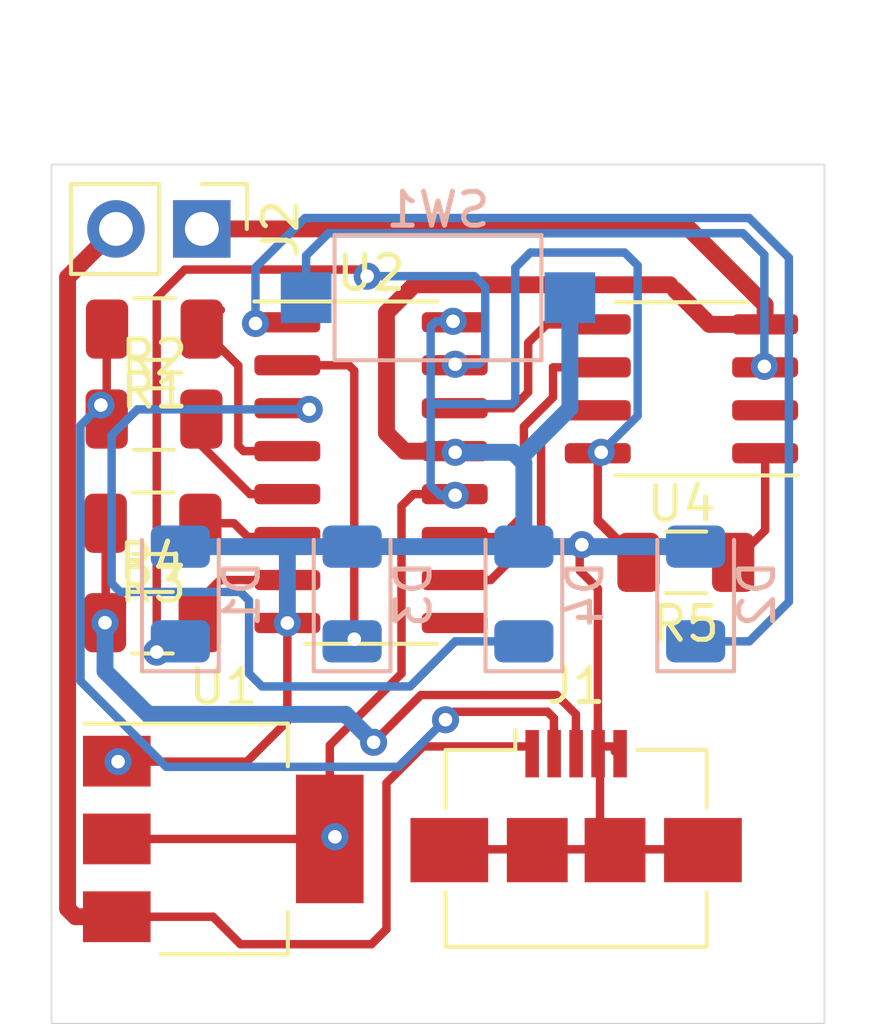
<source format=kicad_pcb>
(kicad_pcb (version 20171130) (host pcbnew "(5.1.6)-1")

  (general
    (thickness 1.6)
    (drawings 4)
    (tracks 196)
    (zones 0)
    (modules 15)
    (nets 21)
  )

  (page A4)
  (layers
    (0 F.Cu signal)
    (31 B.Cu signal)
    (32 B.Adhes user)
    (33 F.Adhes user)
    (34 B.Paste user)
    (35 F.Paste user)
    (36 B.SilkS user)
    (37 F.SilkS user)
    (38 B.Mask user)
    (39 F.Mask user)
    (40 Dwgs.User user)
    (41 Cmts.User user)
    (42 Eco1.User user)
    (43 Eco2.User user)
    (44 Edge.Cuts user)
    (45 Margin user)
    (46 B.CrtYd user)
    (47 F.CrtYd user)
    (48 B.Fab user)
    (49 F.Fab user)
  )

  (setup
    (last_trace_width 0.25)
    (user_trace_width 0.5)
    (trace_clearance 0.2)
    (zone_clearance 0.508)
    (zone_45_only no)
    (trace_min 0.2)
    (via_size 0.8)
    (via_drill 0.4)
    (via_min_size 0.4)
    (via_min_drill 0.3)
    (uvia_size 0.3)
    (uvia_drill 0.1)
    (uvias_allowed no)
    (uvia_min_size 0.2)
    (uvia_min_drill 0.1)
    (edge_width 0.05)
    (segment_width 0.2)
    (pcb_text_width 0.3)
    (pcb_text_size 1.5 1.5)
    (mod_edge_width 0.12)
    (mod_text_size 1 1)
    (mod_text_width 0.15)
    (pad_size 1.524 1.524)
    (pad_drill 0.762)
    (pad_to_mask_clearance 0.05)
    (aux_axis_origin 0 0)
    (visible_elements 7FFFFFFF)
    (pcbplotparams
      (layerselection 0x010fc_ffffffff)
      (usegerberextensions false)
      (usegerberattributes true)
      (usegerberadvancedattributes true)
      (creategerberjobfile true)
      (excludeedgelayer true)
      (linewidth 0.100000)
      (plotframeref false)
      (viasonmask false)
      (mode 1)
      (useauxorigin false)
      (hpglpennumber 1)
      (hpglpenspeed 20)
      (hpglpendiameter 15.000000)
      (psnegative false)
      (psa4output false)
      (plotreference true)
      (plotvalue true)
      (plotinvisibletext false)
      (padsonsilk false)
      (subtractmaskfromsilk false)
      (outputformat 1)
      (mirror false)
      (drillshape 1)
      (scaleselection 1)
      (outputdirectory ""))
  )

  (net 0 "")
  (net 1 GND)
  (net 2 "Net-(J1-Pad1)")
  (net 3 +3V3)
  (net 4 /LATCH)
  (net 5 /CLK)
  (net 6 /DATA)
  (net 7 "Net-(U4-Pad2)")
  (net 8 "Net-(R5-Pad1)")
  (net 9 "Net-(J1-Pad2)")
  (net 10 "Net-(J1-Pad3)")
  (net 11 "Net-(SW1-Pad2)")
  (net 12 "Net-(U2-Pad9)")
  (net 13 /L1)
  (net 14 /L2)
  (net 15 /L3)
  (net 16 /L4)
  (net 17 /1)
  (net 18 /2)
  (net 19 /3)
  (net 20 /4)

  (net_class Default "This is the default net class."
    (clearance 0.2)
    (trace_width 0.25)
    (via_dia 0.8)
    (via_drill 0.4)
    (uvia_dia 0.3)
    (uvia_drill 0.1)
    (add_net +3V3)
    (add_net /1)
    (add_net /2)
    (add_net /3)
    (add_net /4)
    (add_net /CLK)
    (add_net /DATA)
    (add_net /L1)
    (add_net /L2)
    (add_net /L3)
    (add_net /L4)
    (add_net /LATCH)
    (add_net GND)
    (add_net "Net-(J1-Pad1)")
    (add_net "Net-(J1-Pad2)")
    (add_net "Net-(J1-Pad3)")
    (add_net "Net-(R5-Pad1)")
    (add_net "Net-(SW1-Pad2)")
    (add_net "Net-(U2-Pad9)")
    (add_net "Net-(U4-Pad2)")
  )

  (module Connector_PinHeader_2.54mm:PinHeader_1x02_P2.54mm_Vertical (layer F.Cu) (tedit 59FED5CC) (tstamp 5F2628CE)
    (at 83.185 95.885 270)
    (descr "Through hole straight pin header, 1x02, 2.54mm pitch, single row")
    (tags "Through hole pin header THT 1x02 2.54mm single row")
    (path /5F265DD9)
    (fp_text reference J2 (at 0 -2.33 90) (layer F.SilkS)
      (effects (font (size 1 1) (thickness 0.15)))
    )
    (fp_text value Conn_01x02_Male (at 0 4.87 90) (layer F.Fab)
      (effects (font (size 1 1) (thickness 0.15)))
    )
    (fp_text user %R (at 0 1.27) (layer F.Fab)
      (effects (font (size 1 1) (thickness 0.15)))
    )
    (fp_line (start -0.635 -1.27) (end 1.27 -1.27) (layer F.Fab) (width 0.1))
    (fp_line (start 1.27 -1.27) (end 1.27 3.81) (layer F.Fab) (width 0.1))
    (fp_line (start 1.27 3.81) (end -1.27 3.81) (layer F.Fab) (width 0.1))
    (fp_line (start -1.27 3.81) (end -1.27 -0.635) (layer F.Fab) (width 0.1))
    (fp_line (start -1.27 -0.635) (end -0.635 -1.27) (layer F.Fab) (width 0.1))
    (fp_line (start -1.33 3.87) (end 1.33 3.87) (layer F.SilkS) (width 0.12))
    (fp_line (start -1.33 1.27) (end -1.33 3.87) (layer F.SilkS) (width 0.12))
    (fp_line (start 1.33 1.27) (end 1.33 3.87) (layer F.SilkS) (width 0.12))
    (fp_line (start -1.33 1.27) (end 1.33 1.27) (layer F.SilkS) (width 0.12))
    (fp_line (start -1.33 0) (end -1.33 -1.33) (layer F.SilkS) (width 0.12))
    (fp_line (start -1.33 -1.33) (end 0 -1.33) (layer F.SilkS) (width 0.12))
    (fp_line (start -1.8 -1.8) (end -1.8 4.35) (layer F.CrtYd) (width 0.05))
    (fp_line (start -1.8 4.35) (end 1.8 4.35) (layer F.CrtYd) (width 0.05))
    (fp_line (start 1.8 4.35) (end 1.8 -1.8) (layer F.CrtYd) (width 0.05))
    (fp_line (start 1.8 -1.8) (end -1.8 -1.8) (layer F.CrtYd) (width 0.05))
    (pad 2 thru_hole oval (at 0 2.54 270) (size 1.7 1.7) (drill 1) (layers *.Cu *.Mask)
      (net 2 "Net-(J1-Pad1)"))
    (pad 1 thru_hole rect (at 0 0 270) (size 1.7 1.7) (drill 1) (layers *.Cu *.Mask)
      (net 1 GND))
    (model ${KISYS3DMOD}/Connector_PinHeader_2.54mm.3dshapes/PinHeader_1x02_P2.54mm_Vertical.wrl
      (at (xyz 0 0 0))
      (scale (xyz 1 1 1))
      (rotate (xyz 0 0 0))
    )
  )

  (module Button_Switch_SMD:SW_SPST_CK_RS282G05A3 (layer B.Cu) (tedit 5A7A67D2) (tstamp 5F268665)
    (at 90.17 97.917 180)
    (descr https://www.mouser.com/ds/2/60/RS-282G05A-SM_RT-1159762.pdf)
    (tags "SPST button tactile switch")
    (path /5F35B185)
    (attr smd)
    (fp_text reference SW1 (at 0 2.6) (layer B.SilkS)
      (effects (font (size 1 1) (thickness 0.15)) (justify mirror))
    )
    (fp_text value SW_DPST_x2 (at 0 -3) (layer B.Fab)
      (effects (font (size 1 1) (thickness 0.15)) (justify mirror))
    )
    (fp_line (start -4.9 -2.05) (end -4.9 2.05) (layer B.CrtYd) (width 0.05))
    (fp_line (start 4.9 -2.05) (end -4.9 -2.05) (layer B.CrtYd) (width 0.05))
    (fp_line (start 4.9 2.05) (end 4.9 -2.05) (layer B.CrtYd) (width 0.05))
    (fp_line (start -4.9 2.05) (end 4.9 2.05) (layer B.CrtYd) (width 0.05))
    (fp_line (start -1.75 1) (end 1.75 1) (layer B.Fab) (width 0.1))
    (fp_line (start 1.75 1) (end 1.75 -1) (layer B.Fab) (width 0.1))
    (fp_line (start 1.75 -1) (end -1.75 -1) (layer B.Fab) (width 0.1))
    (fp_line (start -1.75 -1) (end -1.75 1) (layer B.Fab) (width 0.1))
    (fp_line (start -3.06 1.85) (end 3.06 1.85) (layer B.SilkS) (width 0.12))
    (fp_line (start 3.06 1.85) (end 3.06 -1.85) (layer B.SilkS) (width 0.12))
    (fp_line (start 3.06 -1.85) (end -3.06 -1.85) (layer B.SilkS) (width 0.12))
    (fp_line (start -3.06 -1.85) (end -3.06 1.85) (layer B.SilkS) (width 0.12))
    (fp_line (start -1.5 -0.8) (end 1.5 -0.8) (layer B.Fab) (width 0.1))
    (fp_line (start -1.5 0.8) (end 1.5 0.8) (layer B.Fab) (width 0.1))
    (fp_line (start 1.5 0.8) (end 1.5 -0.8) (layer B.Fab) (width 0.1))
    (fp_line (start -1.5 0.8) (end -1.5 -0.8) (layer B.Fab) (width 0.1))
    (fp_line (start -3 -1.8) (end 3 -1.8) (layer B.Fab) (width 0.1))
    (fp_line (start -3 1.8) (end 3 1.8) (layer B.Fab) (width 0.1))
    (fp_line (start -3 1.8) (end -3 -1.8) (layer B.Fab) (width 0.1))
    (fp_line (start 3 1.8) (end 3 -1.8) (layer B.Fab) (width 0.1))
    (fp_text user %R (at 0 2.6) (layer B.Fab)
      (effects (font (size 1 1) (thickness 0.15)) (justify mirror))
    )
    (pad 2 smd rect (at 3.9 0 180) (size 1.5 1.5) (layers B.Cu B.Paste B.Mask)
      (net 11 "Net-(SW1-Pad2)"))
    (pad 1 smd rect (at -3.9 0 180) (size 1.5 1.5) (layers B.Cu B.Paste B.Mask)
      (net 1 GND))
    (model ${KISYS3DMOD}/Button_Switch_SMD.3dshapes/SW_SPST_CK_RS282G05A3.wrl
      (at (xyz 0 0 0))
      (scale (xyz 1 1 1))
      (rotate (xyz 0 0 0))
    )
  )

  (module Package_SO:SOIC-8_3.9x4.9mm_P1.27mm (layer F.Cu) (tedit 5D9F72B1) (tstamp 5F26136E)
    (at 97.37 100.6115 180)
    (descr "SOIC, 8 Pin (JEDEC MS-012AA, https://www.analog.com/media/en/package-pcb-resources/package/pkg_pdf/soic_narrow-r/r_8.pdf), generated with kicad-footprint-generator ipc_gullwing_generator.py")
    (tags "SOIC SO")
    (path /5F259BAA)
    (attr smd)
    (fp_text reference U4 (at 0 -3.4) (layer F.SilkS)
      (effects (font (size 1 1) (thickness 0.15)))
    )
    (fp_text value ATtiny13A-SSU (at 0 3.4) (layer F.Fab)
      (effects (font (size 1 1) (thickness 0.15)))
    )
    (fp_line (start 0 2.56) (end 1.95 2.56) (layer F.SilkS) (width 0.12))
    (fp_line (start 0 2.56) (end -1.95 2.56) (layer F.SilkS) (width 0.12))
    (fp_line (start 0 -2.56) (end 1.95 -2.56) (layer F.SilkS) (width 0.12))
    (fp_line (start 0 -2.56) (end -3.45 -2.56) (layer F.SilkS) (width 0.12))
    (fp_line (start -0.975 -2.45) (end 1.95 -2.45) (layer F.Fab) (width 0.1))
    (fp_line (start 1.95 -2.45) (end 1.95 2.45) (layer F.Fab) (width 0.1))
    (fp_line (start 1.95 2.45) (end -1.95 2.45) (layer F.Fab) (width 0.1))
    (fp_line (start -1.95 2.45) (end -1.95 -1.475) (layer F.Fab) (width 0.1))
    (fp_line (start -1.95 -1.475) (end -0.975 -2.45) (layer F.Fab) (width 0.1))
    (fp_line (start -3.7 -2.7) (end -3.7 2.7) (layer F.CrtYd) (width 0.05))
    (fp_line (start -3.7 2.7) (end 3.7 2.7) (layer F.CrtYd) (width 0.05))
    (fp_line (start 3.7 2.7) (end 3.7 -2.7) (layer F.CrtYd) (width 0.05))
    (fp_line (start 3.7 -2.7) (end -3.7 -2.7) (layer F.CrtYd) (width 0.05))
    (fp_text user %R (at 0 0) (layer F.Fab)
      (effects (font (size 0.98 0.98) (thickness 0.15)))
    )
    (pad 8 smd roundrect (at 2.475 -1.905 180) (size 1.95 0.6) (layers F.Cu F.Paste F.Mask) (roundrect_rratio 0.25)
      (net 3 +3V3))
    (pad 7 smd roundrect (at 2.475 -0.635 180) (size 1.95 0.6) (layers F.Cu F.Paste F.Mask) (roundrect_rratio 0.25)
      (net 4 /LATCH))
    (pad 6 smd roundrect (at 2.475 0.635 180) (size 1.95 0.6) (layers F.Cu F.Paste F.Mask) (roundrect_rratio 0.25)
      (net 5 /CLK))
    (pad 5 smd roundrect (at 2.475 1.905 180) (size 1.95 0.6) (layers F.Cu F.Paste F.Mask) (roundrect_rratio 0.25)
      (net 6 /DATA))
    (pad 4 smd roundrect (at -2.475 1.905 180) (size 1.95 0.6) (layers F.Cu F.Paste F.Mask) (roundrect_rratio 0.25)
      (net 1 GND))
    (pad 3 smd roundrect (at -2.475 0.635 180) (size 1.95 0.6) (layers F.Cu F.Paste F.Mask) (roundrect_rratio 0.25)
      (net 11 "Net-(SW1-Pad2)"))
    (pad 2 smd roundrect (at -2.475 -0.635 180) (size 1.95 0.6) (layers F.Cu F.Paste F.Mask) (roundrect_rratio 0.25)
      (net 7 "Net-(U4-Pad2)"))
    (pad 1 smd roundrect (at -2.475 -1.905 180) (size 1.95 0.6) (layers F.Cu F.Paste F.Mask) (roundrect_rratio 0.25)
      (net 8 "Net-(R5-Pad1)"))
    (model ${KISYS3DMOD}/Package_SO.3dshapes/SOIC-8_3.9x4.9mm_P1.27mm.wrl
      (at (xyz 0 0 0))
      (scale (xyz 1 1 1))
      (rotate (xyz 0 0 0))
    )
  )

  (module Package_SO:SOIC-16_3.9x9.9mm_P1.27mm (layer F.Cu) (tedit 5D9F72B1) (tstamp 5F261354)
    (at 88.19 103.09)
    (descr "SOIC, 16 Pin (JEDEC MS-012AC, https://www.analog.com/media/en/package-pcb-resources/package/pkg_pdf/soic_narrow-r/r_16.pdf), generated with kicad-footprint-generator ipc_gullwing_generator.py")
    (tags "SOIC SO")
    (path /5F264648)
    (attr smd)
    (fp_text reference U2 (at 0 -5.9) (layer F.SilkS)
      (effects (font (size 1 1) (thickness 0.15)))
    )
    (fp_text value 74HC595 (at 0 5.9) (layer F.Fab)
      (effects (font (size 1 1) (thickness 0.15)))
    )
    (fp_line (start 0 5.06) (end 1.95 5.06) (layer F.SilkS) (width 0.12))
    (fp_line (start 0 5.06) (end -1.95 5.06) (layer F.SilkS) (width 0.12))
    (fp_line (start 0 -5.06) (end 1.95 -5.06) (layer F.SilkS) (width 0.12))
    (fp_line (start 0 -5.06) (end -3.45 -5.06) (layer F.SilkS) (width 0.12))
    (fp_line (start -0.975 -4.95) (end 1.95 -4.95) (layer F.Fab) (width 0.1))
    (fp_line (start 1.95 -4.95) (end 1.95 4.95) (layer F.Fab) (width 0.1))
    (fp_line (start 1.95 4.95) (end -1.95 4.95) (layer F.Fab) (width 0.1))
    (fp_line (start -1.95 4.95) (end -1.95 -3.975) (layer F.Fab) (width 0.1))
    (fp_line (start -1.95 -3.975) (end -0.975 -4.95) (layer F.Fab) (width 0.1))
    (fp_line (start -3.7 -5.2) (end -3.7 5.2) (layer F.CrtYd) (width 0.05))
    (fp_line (start -3.7 5.2) (end 3.7 5.2) (layer F.CrtYd) (width 0.05))
    (fp_line (start 3.7 5.2) (end 3.7 -5.2) (layer F.CrtYd) (width 0.05))
    (fp_line (start 3.7 -5.2) (end -3.7 -5.2) (layer F.CrtYd) (width 0.05))
    (fp_text user %R (at 0 0) (layer F.Fab)
      (effects (font (size 0.98 0.98) (thickness 0.15)))
    )
    (pad 16 smd roundrect (at 2.475 -4.445) (size 1.95 0.6) (layers F.Cu F.Paste F.Mask) (roundrect_rratio 0.25)
      (net 3 +3V3))
    (pad 15 smd roundrect (at 2.475 -3.175) (size 1.95 0.6) (layers F.Cu F.Paste F.Mask) (roundrect_rratio 0.25)
      (net 13 /L1))
    (pad 14 smd roundrect (at 2.475 -1.905) (size 1.95 0.6) (layers F.Cu F.Paste F.Mask) (roundrect_rratio 0.25)
      (net 6 /DATA))
    (pad 13 smd roundrect (at 2.475 -0.635) (size 1.95 0.6) (layers F.Cu F.Paste F.Mask) (roundrect_rratio 0.25)
      (net 1 GND))
    (pad 12 smd roundrect (at 2.475 0.635) (size 1.95 0.6) (layers F.Cu F.Paste F.Mask) (roundrect_rratio 0.25)
      (net 3 +3V3))
    (pad 11 smd roundrect (at 2.475 1.905) (size 1.95 0.6) (layers F.Cu F.Paste F.Mask) (roundrect_rratio 0.25)
      (net 5 /CLK))
    (pad 10 smd roundrect (at 2.475 3.175) (size 1.95 0.6) (layers F.Cu F.Paste F.Mask) (roundrect_rratio 0.25)
      (net 4 /LATCH))
    (pad 9 smd roundrect (at 2.475 4.445) (size 1.95 0.6) (layers F.Cu F.Paste F.Mask) (roundrect_rratio 0.25)
      (net 12 "Net-(U2-Pad9)"))
    (pad 8 smd roundrect (at -2.475 4.445) (size 1.95 0.6) (layers F.Cu F.Paste F.Mask) (roundrect_rratio 0.25)
      (net 1 GND))
    (pad 7 smd roundrect (at -2.475 3.175) (size 1.95 0.6) (layers F.Cu F.Paste F.Mask) (roundrect_rratio 0.25)
      (net 20 /4))
    (pad 6 smd roundrect (at -2.475 1.905) (size 1.95 0.6) (layers F.Cu F.Paste F.Mask) (roundrect_rratio 0.25)
      (net 19 /3))
    (pad 5 smd roundrect (at -2.475 0.635) (size 1.95 0.6) (layers F.Cu F.Paste F.Mask) (roundrect_rratio 0.25)
      (net 18 /2))
    (pad 4 smd roundrect (at -2.475 -0.635) (size 1.95 0.6) (layers F.Cu F.Paste F.Mask) (roundrect_rratio 0.25)
      (net 17 /1))
    (pad 3 smd roundrect (at -2.475 -1.905) (size 1.95 0.6) (layers F.Cu F.Paste F.Mask) (roundrect_rratio 0.25)
      (net 16 /L4))
    (pad 2 smd roundrect (at -2.475 -3.175) (size 1.95 0.6) (layers F.Cu F.Paste F.Mask) (roundrect_rratio 0.25)
      (net 15 /L3))
    (pad 1 smd roundrect (at -2.475 -4.445) (size 1.95 0.6) (layers F.Cu F.Paste F.Mask) (roundrect_rratio 0.25)
      (net 14 /L2))
    (model ${KISYS3DMOD}/Package_SO.3dshapes/SOIC-16_3.9x9.9mm_P1.27mm.wrl
      (at (xyz 0 0 0))
      (scale (xyz 1 1 1))
      (rotate (xyz 0 0 0))
    )
  )

  (module Package_TO_SOT_SMD:SOT-223-3_TabPin2 (layer F.Cu) (tedit 5A02FF57) (tstamp 5F261332)
    (at 83.82 113.919)
    (descr "module CMS SOT223 4 pins")
    (tags "CMS SOT")
    (path /5F26E25A)
    (attr smd)
    (fp_text reference U1 (at 0 -4.5) (layer F.SilkS)
      (effects (font (size 1 1) (thickness 0.15)))
    )
    (fp_text value AP1117-33 (at 0 4.5) (layer F.Fab)
      (effects (font (size 1 1) (thickness 0.15)))
    )
    (fp_line (start 1.91 3.41) (end 1.91 2.15) (layer F.SilkS) (width 0.12))
    (fp_line (start 1.91 -3.41) (end 1.91 -2.15) (layer F.SilkS) (width 0.12))
    (fp_line (start 4.4 -3.6) (end -4.4 -3.6) (layer F.CrtYd) (width 0.05))
    (fp_line (start 4.4 3.6) (end 4.4 -3.6) (layer F.CrtYd) (width 0.05))
    (fp_line (start -4.4 3.6) (end 4.4 3.6) (layer F.CrtYd) (width 0.05))
    (fp_line (start -4.4 -3.6) (end -4.4 3.6) (layer F.CrtYd) (width 0.05))
    (fp_line (start -1.85 -2.35) (end -0.85 -3.35) (layer F.Fab) (width 0.1))
    (fp_line (start -1.85 -2.35) (end -1.85 3.35) (layer F.Fab) (width 0.1))
    (fp_line (start -1.85 3.41) (end 1.91 3.41) (layer F.SilkS) (width 0.12))
    (fp_line (start -0.85 -3.35) (end 1.85 -3.35) (layer F.Fab) (width 0.1))
    (fp_line (start -4.1 -3.41) (end 1.91 -3.41) (layer F.SilkS) (width 0.12))
    (fp_line (start -1.85 3.35) (end 1.85 3.35) (layer F.Fab) (width 0.1))
    (fp_line (start 1.85 -3.35) (end 1.85 3.35) (layer F.Fab) (width 0.1))
    (fp_text user %R (at 0 0 90) (layer F.Fab)
      (effects (font (size 0.8 0.8) (thickness 0.12)))
    )
    (pad 1 smd rect (at -3.15 -2.3) (size 2 1.5) (layers F.Cu F.Paste F.Mask)
      (net 1 GND))
    (pad 3 smd rect (at -3.15 2.3) (size 2 1.5) (layers F.Cu F.Paste F.Mask)
      (net 2 "Net-(J1-Pad1)"))
    (pad 2 smd rect (at -3.15 0) (size 2 1.5) (layers F.Cu F.Paste F.Mask)
      (net 3 +3V3))
    (pad 2 smd rect (at 3.15 0) (size 2 3.8) (layers F.Cu F.Paste F.Mask)
      (net 3 +3V3))
    (model ${KISYS3DMOD}/Package_TO_SOT_SMD.3dshapes/SOT-223.wrl
      (at (xyz 0 0 0))
      (scale (xyz 1 1 1))
      (rotate (xyz 0 0 0))
    )
  )

  (module Resistor_SMD:R_1206_3216Metric (layer F.Cu) (tedit 5B301BBD) (tstamp 5F2612FD)
    (at 97.5 105.7415 180)
    (descr "Resistor SMD 1206 (3216 Metric), square (rectangular) end terminal, IPC_7351 nominal, (Body size source: http://www.tortai-tech.com/upload/download/2011102023233369053.pdf), generated with kicad-footprint-generator")
    (tags resistor)
    (path /5F2C8130)
    (attr smd)
    (fp_text reference R5 (at 0 -1.82) (layer F.SilkS)
      (effects (font (size 1 1) (thickness 0.15)))
    )
    (fp_text value R_Small_US (at 0 1.82) (layer F.Fab)
      (effects (font (size 1 1) (thickness 0.15)))
    )
    (fp_line (start -1.6 0.8) (end -1.6 -0.8) (layer F.Fab) (width 0.1))
    (fp_line (start -1.6 -0.8) (end 1.6 -0.8) (layer F.Fab) (width 0.1))
    (fp_line (start 1.6 -0.8) (end 1.6 0.8) (layer F.Fab) (width 0.1))
    (fp_line (start 1.6 0.8) (end -1.6 0.8) (layer F.Fab) (width 0.1))
    (fp_line (start -0.602064 -0.91) (end 0.602064 -0.91) (layer F.SilkS) (width 0.12))
    (fp_line (start -0.602064 0.91) (end 0.602064 0.91) (layer F.SilkS) (width 0.12))
    (fp_line (start -2.28 1.12) (end -2.28 -1.12) (layer F.CrtYd) (width 0.05))
    (fp_line (start -2.28 -1.12) (end 2.28 -1.12) (layer F.CrtYd) (width 0.05))
    (fp_line (start 2.28 -1.12) (end 2.28 1.12) (layer F.CrtYd) (width 0.05))
    (fp_line (start 2.28 1.12) (end -2.28 1.12) (layer F.CrtYd) (width 0.05))
    (fp_text user %R (at 0 0) (layer F.Fab)
      (effects (font (size 0.8 0.8) (thickness 0.12)))
    )
    (pad 2 smd roundrect (at 1.4 0 180) (size 1.25 1.75) (layers F.Cu F.Paste F.Mask) (roundrect_rratio 0.2)
      (net 3 +3V3))
    (pad 1 smd roundrect (at -1.4 0 180) (size 1.25 1.75) (layers F.Cu F.Paste F.Mask) (roundrect_rratio 0.2)
      (net 8 "Net-(R5-Pad1)"))
    (model ${KISYS3DMOD}/Resistor_SMD.3dshapes/R_1206_3216Metric.wrl
      (at (xyz 0 0 0))
      (scale (xyz 1 1 1))
      (rotate (xyz 0 0 0))
    )
  )

  (module Resistor_SMD:R_1206_3216Metric (layer F.Cu) (tedit 5B301BBD) (tstamp 5F2612EC)
    (at 81.722 107.526)
    (descr "Resistor SMD 1206 (3216 Metric), square (rectangular) end terminal, IPC_7351 nominal, (Body size source: http://www.tortai-tech.com/upload/download/2011102023233369053.pdf), generated with kicad-footprint-generator")
    (tags resistor)
    (path /5F2600A8)
    (attr smd)
    (fp_text reference R4 (at 0 -1.82) (layer F.SilkS)
      (effects (font (size 1 1) (thickness 0.15)))
    )
    (fp_text value R_Small_US (at 0 1.82) (layer F.Fab)
      (effects (font (size 1 1) (thickness 0.15)))
    )
    (fp_line (start -1.6 0.8) (end -1.6 -0.8) (layer F.Fab) (width 0.1))
    (fp_line (start -1.6 -0.8) (end 1.6 -0.8) (layer F.Fab) (width 0.1))
    (fp_line (start 1.6 -0.8) (end 1.6 0.8) (layer F.Fab) (width 0.1))
    (fp_line (start 1.6 0.8) (end -1.6 0.8) (layer F.Fab) (width 0.1))
    (fp_line (start -0.602064 -0.91) (end 0.602064 -0.91) (layer F.SilkS) (width 0.12))
    (fp_line (start -0.602064 0.91) (end 0.602064 0.91) (layer F.SilkS) (width 0.12))
    (fp_line (start -2.28 1.12) (end -2.28 -1.12) (layer F.CrtYd) (width 0.05))
    (fp_line (start -2.28 -1.12) (end 2.28 -1.12) (layer F.CrtYd) (width 0.05))
    (fp_line (start 2.28 -1.12) (end 2.28 1.12) (layer F.CrtYd) (width 0.05))
    (fp_line (start 2.28 1.12) (end -2.28 1.12) (layer F.CrtYd) (width 0.05))
    (fp_text user %R (at 0 0) (layer F.Fab)
      (effects (font (size 0.8 0.8) (thickness 0.12)))
    )
    (pad 2 smd roundrect (at 1.4 0) (size 1.25 1.75) (layers F.Cu F.Paste F.Mask) (roundrect_rratio 0.2)
      (net 20 /4))
    (pad 1 smd roundrect (at -1.4 0) (size 1.25 1.75) (layers F.Cu F.Paste F.Mask) (roundrect_rratio 0.2)
      (net 10 "Net-(J1-Pad3)"))
    (model ${KISYS3DMOD}/Resistor_SMD.3dshapes/R_1206_3216Metric.wrl
      (at (xyz 0 0 0))
      (scale (xyz 1 1 1))
      (rotate (xyz 0 0 0))
    )
  )

  (module Resistor_SMD:R_1206_3216Metric (layer F.Cu) (tedit 5B301BBD) (tstamp 5F2612DB)
    (at 81.742 104.586 180)
    (descr "Resistor SMD 1206 (3216 Metric), square (rectangular) end terminal, IPC_7351 nominal, (Body size source: http://www.tortai-tech.com/upload/download/2011102023233369053.pdf), generated with kicad-footprint-generator")
    (tags resistor)
    (path /5F25E759)
    (attr smd)
    (fp_text reference R3 (at 0 -1.82) (layer F.SilkS)
      (effects (font (size 1 1) (thickness 0.15)))
    )
    (fp_text value R_Small_US (at 0 1.82) (layer F.Fab)
      (effects (font (size 1 1) (thickness 0.15)))
    )
    (fp_line (start -1.6 0.8) (end -1.6 -0.8) (layer F.Fab) (width 0.1))
    (fp_line (start -1.6 -0.8) (end 1.6 -0.8) (layer F.Fab) (width 0.1))
    (fp_line (start 1.6 -0.8) (end 1.6 0.8) (layer F.Fab) (width 0.1))
    (fp_line (start 1.6 0.8) (end -1.6 0.8) (layer F.Fab) (width 0.1))
    (fp_line (start -0.602064 -0.91) (end 0.602064 -0.91) (layer F.SilkS) (width 0.12))
    (fp_line (start -0.602064 0.91) (end 0.602064 0.91) (layer F.SilkS) (width 0.12))
    (fp_line (start -2.28 1.12) (end -2.28 -1.12) (layer F.CrtYd) (width 0.05))
    (fp_line (start -2.28 -1.12) (end 2.28 -1.12) (layer F.CrtYd) (width 0.05))
    (fp_line (start 2.28 -1.12) (end 2.28 1.12) (layer F.CrtYd) (width 0.05))
    (fp_line (start 2.28 1.12) (end -2.28 1.12) (layer F.CrtYd) (width 0.05))
    (fp_text user %R (at 0 0) (layer F.Fab)
      (effects (font (size 0.8 0.8) (thickness 0.12)))
    )
    (pad 2 smd roundrect (at 1.4 0 180) (size 1.25 1.75) (layers F.Cu F.Paste F.Mask) (roundrect_rratio 0.2)
      (net 10 "Net-(J1-Pad3)"))
    (pad 1 smd roundrect (at -1.4 0 180) (size 1.25 1.75) (layers F.Cu F.Paste F.Mask) (roundrect_rratio 0.2)
      (net 19 /3))
    (model ${KISYS3DMOD}/Resistor_SMD.3dshapes/R_1206_3216Metric.wrl
      (at (xyz 0 0 0))
      (scale (xyz 1 1 1))
      (rotate (xyz 0 0 0))
    )
  )

  (module Resistor_SMD:R_1206_3216Metric (layer F.Cu) (tedit 5B301BBD) (tstamp 5F2612CA)
    (at 81.772 101.506)
    (descr "Resistor SMD 1206 (3216 Metric), square (rectangular) end terminal, IPC_7351 nominal, (Body size source: http://www.tortai-tech.com/upload/download/2011102023233369053.pdf), generated with kicad-footprint-generator")
    (tags resistor)
    (path /5F25DCBD)
    (attr smd)
    (fp_text reference R2 (at 0 -1.82) (layer F.SilkS)
      (effects (font (size 1 1) (thickness 0.15)))
    )
    (fp_text value R_Small_US (at 0 1.82) (layer F.Fab)
      (effects (font (size 1 1) (thickness 0.15)))
    )
    (fp_line (start -1.6 0.8) (end -1.6 -0.8) (layer F.Fab) (width 0.1))
    (fp_line (start -1.6 -0.8) (end 1.6 -0.8) (layer F.Fab) (width 0.1))
    (fp_line (start 1.6 -0.8) (end 1.6 0.8) (layer F.Fab) (width 0.1))
    (fp_line (start 1.6 0.8) (end -1.6 0.8) (layer F.Fab) (width 0.1))
    (fp_line (start -0.602064 -0.91) (end 0.602064 -0.91) (layer F.SilkS) (width 0.12))
    (fp_line (start -0.602064 0.91) (end 0.602064 0.91) (layer F.SilkS) (width 0.12))
    (fp_line (start -2.28 1.12) (end -2.28 -1.12) (layer F.CrtYd) (width 0.05))
    (fp_line (start -2.28 -1.12) (end 2.28 -1.12) (layer F.CrtYd) (width 0.05))
    (fp_line (start 2.28 -1.12) (end 2.28 1.12) (layer F.CrtYd) (width 0.05))
    (fp_line (start 2.28 1.12) (end -2.28 1.12) (layer F.CrtYd) (width 0.05))
    (fp_text user %R (at 0 0) (layer F.Fab)
      (effects (font (size 0.8 0.8) (thickness 0.12)))
    )
    (pad 2 smd roundrect (at 1.4 0) (size 1.25 1.75) (layers F.Cu F.Paste F.Mask) (roundrect_rratio 0.2)
      (net 18 /2))
    (pad 1 smd roundrect (at -1.4 0) (size 1.25 1.75) (layers F.Cu F.Paste F.Mask) (roundrect_rratio 0.2)
      (net 9 "Net-(J1-Pad2)"))
    (model ${KISYS3DMOD}/Resistor_SMD.3dshapes/R_1206_3216Metric.wrl
      (at (xyz 0 0 0))
      (scale (xyz 1 1 1))
      (rotate (xyz 0 0 0))
    )
  )

  (module Resistor_SMD:R_1206_3216Metric (layer F.Cu) (tedit 5B301BBD) (tstamp 5F2612B9)
    (at 81.782 98.846 180)
    (descr "Resistor SMD 1206 (3216 Metric), square (rectangular) end terminal, IPC_7351 nominal, (Body size source: http://www.tortai-tech.com/upload/download/2011102023233369053.pdf), generated with kicad-footprint-generator")
    (tags resistor)
    (path /5F25DBBF)
    (attr smd)
    (fp_text reference R1 (at 0 -1.82) (layer F.SilkS)
      (effects (font (size 1 1) (thickness 0.15)))
    )
    (fp_text value R_Small_US (at 0 1.82) (layer F.Fab)
      (effects (font (size 1 1) (thickness 0.15)))
    )
    (fp_line (start -1.6 0.8) (end -1.6 -0.8) (layer F.Fab) (width 0.1))
    (fp_line (start -1.6 -0.8) (end 1.6 -0.8) (layer F.Fab) (width 0.1))
    (fp_line (start 1.6 -0.8) (end 1.6 0.8) (layer F.Fab) (width 0.1))
    (fp_line (start 1.6 0.8) (end -1.6 0.8) (layer F.Fab) (width 0.1))
    (fp_line (start -0.602064 -0.91) (end 0.602064 -0.91) (layer F.SilkS) (width 0.12))
    (fp_line (start -0.602064 0.91) (end 0.602064 0.91) (layer F.SilkS) (width 0.12))
    (fp_line (start -2.28 1.12) (end -2.28 -1.12) (layer F.CrtYd) (width 0.05))
    (fp_line (start -2.28 -1.12) (end 2.28 -1.12) (layer F.CrtYd) (width 0.05))
    (fp_line (start 2.28 -1.12) (end 2.28 1.12) (layer F.CrtYd) (width 0.05))
    (fp_line (start 2.28 1.12) (end -2.28 1.12) (layer F.CrtYd) (width 0.05))
    (fp_text user %R (at 0 0) (layer F.Fab)
      (effects (font (size 0.8 0.8) (thickness 0.12)))
    )
    (pad 2 smd roundrect (at 1.4 0 180) (size 1.25 1.75) (layers F.Cu F.Paste F.Mask) (roundrect_rratio 0.2)
      (net 9 "Net-(J1-Pad2)"))
    (pad 1 smd roundrect (at -1.4 0 180) (size 1.25 1.75) (layers F.Cu F.Paste F.Mask) (roundrect_rratio 0.2)
      (net 17 /1))
    (model ${KISYS3DMOD}/Resistor_SMD.3dshapes/R_1206_3216Metric.wrl
      (at (xyz 0 0 0))
      (scale (xyz 1 1 1))
      (rotate (xyz 0 0 0))
    )
  )

  (module Connector_USB:USB_Micro-B_Amphenol_10104110_Horizontal (layer F.Cu) (tedit 5E5842A1) (tstamp 5F2612A8)
    (at 94.25528 112.9492)
    (descr "USB Micro-B, horizontal, https://cdn.amphenol-icc.com/media/wysiwyg/files/drawing/10104110.pdf")
    (tags "USB Micro B horizontal")
    (path /5F25B1EF)
    (attr smd)
    (fp_text reference J1 (at 0 -3.55) (layer F.SilkS)
      (effects (font (size 1 1) (thickness 0.15)))
    )
    (fp_text value USB_B_Micro (at 0 5.35) (layer F.Fab)
      (effects (font (size 1 1) (thickness 0.15)))
    )
    (fp_line (start -3.86 4.16) (end -3.86 2.55) (layer F.SilkS) (width 0.12))
    (fp_line (start 3.86 -1.66) (end 1.8 -1.66) (layer F.SilkS) (width 0.12))
    (fp_line (start 3.86 0.05) (end 3.86 -1.66) (layer F.SilkS) (width 0.12))
    (fp_line (start -3.86 -1.66) (end -1.8 -1.66) (layer F.SilkS) (width 0.12))
    (fp_line (start -3.86 0.05) (end -3.86 -1.66) (layer F.SilkS) (width 0.12))
    (fp_line (start -1.3 -1.85) (end -0.9 -2.25) (layer F.Fab) (width 0.1))
    (fp_line (start -0.9 -2.25) (end -1.7 -2.25) (layer F.Fab) (width 0.1))
    (fp_line (start -1.7 -2.25) (end -1.3 -1.85) (layer F.Fab) (width 0.1))
    (fp_line (start -3.75 4.05) (end -3.75 -1.55) (layer F.Fab) (width 0.1))
    (fp_line (start 3.75 4.05) (end -3.75 4.05) (layer F.Fab) (width 0.1))
    (fp_line (start 3.75 -1.55) (end 3.75 4.05) (layer F.Fab) (width 0.1))
    (fp_line (start -3.75 -1.55) (end 3.75 -1.55) (layer F.Fab) (width 0.1))
    (fp_line (start -2.6 2.75) (end 2.6 2.75) (layer F.Fab) (width 0.1))
    (fp_line (start -3.86 4.16) (end 3.86 4.16) (layer F.SilkS) (width 0.12))
    (fp_line (start 3.86 4.16) (end 3.86 2.55) (layer F.SilkS) (width 0.12))
    (fp_line (start -1.8 -1.66) (end -1.8 -2.25) (layer F.SilkS) (width 0.12))
    (fp_line (start -5.4 -2.75) (end -5.4 4.55) (layer F.CrtYd) (width 0.05))
    (fp_line (start -5.4 4.55) (end 5.4 4.55) (layer F.CrtYd) (width 0.05))
    (fp_line (start 5.4 4.55) (end 5.4 -2.75) (layer F.CrtYd) (width 0.05))
    (fp_line (start 5.4 -2.75) (end -5.4 -2.75) (layer F.CrtYd) (width 0.05))
    (fp_text user "PCB edge" (at 0 2.75) (layer Dwgs.User)
      (effects (font (size 0.5 0.5) (thickness 0.08)))
    )
    (fp_text user %R (at 0 -0.2) (layer F.Fab)
      (effects (font (size 1 1) (thickness 0.15)))
    )
    (pad 1 smd rect (at -1.3 -1.55) (size 0.4 1.4) (layers F.Cu F.Paste F.Mask)
      (net 2 "Net-(J1-Pad1)"))
    (pad 2 smd rect (at -0.65 -1.55) (size 0.4 1.4) (layers F.Cu F.Paste F.Mask)
      (net 9 "Net-(J1-Pad2)"))
    (pad 3 smd rect (at 0 -1.55) (size 0.4 1.4) (layers F.Cu F.Paste F.Mask)
      (net 10 "Net-(J1-Pad3)"))
    (pad 4 smd rect (at 0.65 -1.55) (size 0.4 1.4) (layers F.Cu F.Paste F.Mask)
      (net 1 GND))
    (pad 5 smd rect (at 1.3 -1.55) (size 0.4 1.4) (layers F.Cu F.Paste F.Mask)
      (net 1 GND))
    (pad 6 smd rect (at -3.75 1.3) (size 2.3 1.9) (layers F.Cu F.Paste F.Mask)
      (net 1 GND))
    (pad 6 smd rect (at 3.75 1.3) (size 2.3 1.9) (layers F.Cu F.Paste F.Mask)
      (net 1 GND))
    (pad 6 smd rect (at -1.15 1.3) (size 1.8 1.9) (layers F.Cu F.Paste F.Mask)
      (net 1 GND))
    (pad 6 smd rect (at 1.15 1.3) (size 1.8 1.9) (layers F.Cu F.Paste F.Mask)
      (net 1 GND))
    (model ${KISYS3DMOD}/Connector_USB.3dshapes/USB_Micro-B_Amphenol_10104110_Horizontal.wrl
      (at (xyz 0 0 0))
      (scale (xyz 1 1 1))
      (rotate (xyz 0 0 0))
    )
  )

  (module LED_SMD:LED_1206_3216Metric (layer B.Cu) (tedit 5B301BBE) (tstamp 5F261285)
    (at 92.71 106.677 90)
    (descr "LED SMD 1206 (3216 Metric), square (rectangular) end terminal, IPC_7351 nominal, (Body size source: http://www.tortai-tech.com/upload/download/2011102023233369053.pdf), generated with kicad-footprint-generator")
    (tags diode)
    (path /5F37B218)
    (attr smd)
    (fp_text reference D4 (at 0 1.82 270) (layer B.SilkS)
      (effects (font (size 1 1) (thickness 0.15)) (justify mirror))
    )
    (fp_text value LED (at 0 -1.82 270) (layer B.Fab)
      (effects (font (size 1 1) (thickness 0.15)) (justify mirror))
    )
    (fp_line (start 1.6 0.8) (end -1.2 0.8) (layer B.Fab) (width 0.1))
    (fp_line (start -1.2 0.8) (end -1.6 0.4) (layer B.Fab) (width 0.1))
    (fp_line (start -1.6 0.4) (end -1.6 -0.8) (layer B.Fab) (width 0.1))
    (fp_line (start -1.6 -0.8) (end 1.6 -0.8) (layer B.Fab) (width 0.1))
    (fp_line (start 1.6 -0.8) (end 1.6 0.8) (layer B.Fab) (width 0.1))
    (fp_line (start 1.6 1.135) (end -2.285 1.135) (layer B.SilkS) (width 0.12))
    (fp_line (start -2.285 1.135) (end -2.285 -1.135) (layer B.SilkS) (width 0.12))
    (fp_line (start -2.285 -1.135) (end 1.6 -1.135) (layer B.SilkS) (width 0.12))
    (fp_line (start -2.28 -1.12) (end -2.28 1.12) (layer B.CrtYd) (width 0.05))
    (fp_line (start -2.28 1.12) (end 2.28 1.12) (layer B.CrtYd) (width 0.05))
    (fp_line (start 2.28 1.12) (end 2.28 -1.12) (layer B.CrtYd) (width 0.05))
    (fp_line (start 2.28 -1.12) (end -2.28 -1.12) (layer B.CrtYd) (width 0.05))
    (fp_text user %R (at 0 0 270) (layer B.Fab)
      (effects (font (size 0.8 0.8) (thickness 0.12)) (justify mirror))
    )
    (pad 2 smd roundrect (at 1.4 0 90) (size 1.25 1.75) (layers B.Cu B.Paste B.Mask) (roundrect_rratio 0.2)
      (net 1 GND))
    (pad 1 smd roundrect (at -1.4 0 90) (size 1.25 1.75) (layers B.Cu B.Paste B.Mask) (roundrect_rratio 0.2)
      (net 16 /L4))
    (model ${KISYS3DMOD}/LED_SMD.3dshapes/LED_1206_3216Metric.wrl
      (at (xyz 0 0 0))
      (scale (xyz 1 1 1))
      (rotate (xyz 0 0 0))
    )
  )

  (module LED_SMD:LED_1206_3216Metric (layer B.Cu) (tedit 5B301BBE) (tstamp 5F261272)
    (at 87.63 106.677 90)
    (descr "LED SMD 1206 (3216 Metric), square (rectangular) end terminal, IPC_7351 nominal, (Body size source: http://www.tortai-tech.com/upload/download/2011102023233369053.pdf), generated with kicad-footprint-generator")
    (tags diode)
    (path /5F373AA8)
    (attr smd)
    (fp_text reference D3 (at 0 1.82 270) (layer B.SilkS)
      (effects (font (size 1 1) (thickness 0.15)) (justify mirror))
    )
    (fp_text value LED (at 0 -1.82 270) (layer B.Fab)
      (effects (font (size 1 1) (thickness 0.15)) (justify mirror))
    )
    (fp_line (start 1.6 0.8) (end -1.2 0.8) (layer B.Fab) (width 0.1))
    (fp_line (start -1.2 0.8) (end -1.6 0.4) (layer B.Fab) (width 0.1))
    (fp_line (start -1.6 0.4) (end -1.6 -0.8) (layer B.Fab) (width 0.1))
    (fp_line (start -1.6 -0.8) (end 1.6 -0.8) (layer B.Fab) (width 0.1))
    (fp_line (start 1.6 -0.8) (end 1.6 0.8) (layer B.Fab) (width 0.1))
    (fp_line (start 1.6 1.135) (end -2.285 1.135) (layer B.SilkS) (width 0.12))
    (fp_line (start -2.285 1.135) (end -2.285 -1.135) (layer B.SilkS) (width 0.12))
    (fp_line (start -2.285 -1.135) (end 1.6 -1.135) (layer B.SilkS) (width 0.12))
    (fp_line (start -2.28 -1.12) (end -2.28 1.12) (layer B.CrtYd) (width 0.05))
    (fp_line (start -2.28 1.12) (end 2.28 1.12) (layer B.CrtYd) (width 0.05))
    (fp_line (start 2.28 1.12) (end 2.28 -1.12) (layer B.CrtYd) (width 0.05))
    (fp_line (start 2.28 -1.12) (end -2.28 -1.12) (layer B.CrtYd) (width 0.05))
    (fp_text user %R (at 0 0 270) (layer B.Fab)
      (effects (font (size 0.8 0.8) (thickness 0.12)) (justify mirror))
    )
    (pad 2 smd roundrect (at 1.4 0 90) (size 1.25 1.75) (layers B.Cu B.Paste B.Mask) (roundrect_rratio 0.2)
      (net 1 GND))
    (pad 1 smd roundrect (at -1.4 0 90) (size 1.25 1.75) (layers B.Cu B.Paste B.Mask) (roundrect_rratio 0.2)
      (net 15 /L3))
    (model ${KISYS3DMOD}/LED_SMD.3dshapes/LED_1206_3216Metric.wrl
      (at (xyz 0 0 0))
      (scale (xyz 1 1 1))
      (rotate (xyz 0 0 0))
    )
  )

  (module LED_SMD:LED_1206_3216Metric (layer B.Cu) (tedit 5B301BBE) (tstamp 5F26125F)
    (at 97.79 106.677 90)
    (descr "LED SMD 1206 (3216 Metric), square (rectangular) end terminal, IPC_7351 nominal, (Body size source: http://www.tortai-tech.com/upload/download/2011102023233369053.pdf), generated with kicad-footprint-generator")
    (tags diode)
    (path /5F37660B)
    (attr smd)
    (fp_text reference D2 (at 0 1.82 270) (layer B.SilkS)
      (effects (font (size 1 1) (thickness 0.15)) (justify mirror))
    )
    (fp_text value LED (at 0 -1.82 270) (layer B.Fab)
      (effects (font (size 1 1) (thickness 0.15)) (justify mirror))
    )
    (fp_line (start 1.6 0.8) (end -1.2 0.8) (layer B.Fab) (width 0.1))
    (fp_line (start -1.2 0.8) (end -1.6 0.4) (layer B.Fab) (width 0.1))
    (fp_line (start -1.6 0.4) (end -1.6 -0.8) (layer B.Fab) (width 0.1))
    (fp_line (start -1.6 -0.8) (end 1.6 -0.8) (layer B.Fab) (width 0.1))
    (fp_line (start 1.6 -0.8) (end 1.6 0.8) (layer B.Fab) (width 0.1))
    (fp_line (start 1.6 1.135) (end -2.285 1.135) (layer B.SilkS) (width 0.12))
    (fp_line (start -2.285 1.135) (end -2.285 -1.135) (layer B.SilkS) (width 0.12))
    (fp_line (start -2.285 -1.135) (end 1.6 -1.135) (layer B.SilkS) (width 0.12))
    (fp_line (start -2.28 -1.12) (end -2.28 1.12) (layer B.CrtYd) (width 0.05))
    (fp_line (start -2.28 1.12) (end 2.28 1.12) (layer B.CrtYd) (width 0.05))
    (fp_line (start 2.28 1.12) (end 2.28 -1.12) (layer B.CrtYd) (width 0.05))
    (fp_line (start 2.28 -1.12) (end -2.28 -1.12) (layer B.CrtYd) (width 0.05))
    (fp_text user %R (at 0 0 270) (layer B.Fab)
      (effects (font (size 0.8 0.8) (thickness 0.12)) (justify mirror))
    )
    (pad 2 smd roundrect (at 1.4 0 90) (size 1.25 1.75) (layers B.Cu B.Paste B.Mask) (roundrect_rratio 0.2)
      (net 1 GND))
    (pad 1 smd roundrect (at -1.4 0 90) (size 1.25 1.75) (layers B.Cu B.Paste B.Mask) (roundrect_rratio 0.2)
      (net 14 /L2))
    (model ${KISYS3DMOD}/LED_SMD.3dshapes/LED_1206_3216Metric.wrl
      (at (xyz 0 0 0))
      (scale (xyz 1 1 1))
      (rotate (xyz 0 0 0))
    )
  )

  (module LED_SMD:LED_1206_3216Metric (layer B.Cu) (tedit 5B301BBE) (tstamp 5F26124C)
    (at 82.55 106.677 90)
    (descr "LED SMD 1206 (3216 Metric), square (rectangular) end terminal, IPC_7351 nominal, (Body size source: http://www.tortai-tech.com/upload/download/2011102023233369053.pdf), generated with kicad-footprint-generator")
    (tags diode)
    (path /5F377557)
    (attr smd)
    (fp_text reference D1 (at 0 1.82 270) (layer B.SilkS)
      (effects (font (size 1 1) (thickness 0.15)) (justify mirror))
    )
    (fp_text value LED (at 0 -1.82 270) (layer B.Fab)
      (effects (font (size 1 1) (thickness 0.15)) (justify mirror))
    )
    (fp_line (start 1.6 0.8) (end -1.2 0.8) (layer B.Fab) (width 0.1))
    (fp_line (start -1.2 0.8) (end -1.6 0.4) (layer B.Fab) (width 0.1))
    (fp_line (start -1.6 0.4) (end -1.6 -0.8) (layer B.Fab) (width 0.1))
    (fp_line (start -1.6 -0.8) (end 1.6 -0.8) (layer B.Fab) (width 0.1))
    (fp_line (start 1.6 -0.8) (end 1.6 0.8) (layer B.Fab) (width 0.1))
    (fp_line (start 1.6 1.135) (end -2.285 1.135) (layer B.SilkS) (width 0.12))
    (fp_line (start -2.285 1.135) (end -2.285 -1.135) (layer B.SilkS) (width 0.12))
    (fp_line (start -2.285 -1.135) (end 1.6 -1.135) (layer B.SilkS) (width 0.12))
    (fp_line (start -2.28 -1.12) (end -2.28 1.12) (layer B.CrtYd) (width 0.05))
    (fp_line (start -2.28 1.12) (end 2.28 1.12) (layer B.CrtYd) (width 0.05))
    (fp_line (start 2.28 1.12) (end 2.28 -1.12) (layer B.CrtYd) (width 0.05))
    (fp_line (start 2.28 -1.12) (end -2.28 -1.12) (layer B.CrtYd) (width 0.05))
    (fp_text user %R (at 0 0 270) (layer B.Fab)
      (effects (font (size 0.8 0.8) (thickness 0.12)) (justify mirror))
    )
    (pad 2 smd roundrect (at 1.4 0 90) (size 1.25 1.75) (layers B.Cu B.Paste B.Mask) (roundrect_rratio 0.2)
      (net 1 GND))
    (pad 1 smd roundrect (at -1.4 0 90) (size 1.25 1.75) (layers B.Cu B.Paste B.Mask) (roundrect_rratio 0.2)
      (net 13 /L1))
    (model ${KISYS3DMOD}/LED_SMD.3dshapes/LED_1206_3216Metric.wrl
      (at (xyz 0 0 0))
      (scale (xyz 1 1 1))
      (rotate (xyz 0 0 0))
    )
  )

  (gr_line (start 101.6 119.38) (end 101.6 93.98) (layer Edge.Cuts) (width 0.05) (tstamp 5F264C5D))
  (gr_line (start 78.74 93.98) (end 78.74 119.38) (layer Edge.Cuts) (width 0.05) (tstamp 5F264C5C))
  (gr_line (start 101.6 119.38) (end 78.74 119.38) (layer Edge.Cuts) (width 0.05))
  (gr_line (start 78.74 93.98) (end 101.6 93.98) (layer Edge.Cuts) (width 0.05))

  (via (at 80.7085 111.633) (size 0.8) (drill 0.4) (layers F.Cu B.Cu) (net 1))
  (segment (start 95.5485 111.1845) (end 94.8985 111.1845) (width 0.25) (layer F.Cu) (net 1))
  (segment (start 94.8985 111.1845) (end 94.8985 110.4345) (width 0.25) (layer F.Cu) (net 1))
  (segment (start 95.3985 111.3345) (end 95.5485 111.1845) (width 0.25) (layer F.Cu) (net 1))
  (segment (start 90.562 114.225) (end 98.062 114.225) (width 0.25) (layer F.Cu) (net 1))
  (segment (start 94.07 101.1925) (end 92.7735 102.489) (width 0.25) (layer B.Cu) (net 1))
  (segment (start 92.7735 102.489) (end 90.678 102.489) (width 0.25) (layer B.Cu) (net 1))
  (segment (start 90.678 102.489) (end 90.678 102.489) (width 0.25) (layer B.Cu) (net 1) (tstamp 5F263742))
  (via (at 90.678 102.489) (size 0.8) (drill 0.4) (layers F.Cu B.Cu) (net 1))
  (segment (start 92.71 102.5525) (end 92.7735 102.489) (width 0.25) (layer B.Cu) (net 1))
  (segment (start 80.7085 111.633) (end 84.5185 111.633) (width 0.25) (layer F.Cu) (net 1))
  (segment (start 85.715 110.4365) (end 85.715 107.535) (width 0.25) (layer F.Cu) (net 1))
  (segment (start 84.5185 111.633) (end 85.715 110.4365) (width 0.25) (layer F.Cu) (net 1))
  (segment (start 85.715 107.535) (end 85.715 107.535) (width 0.25) (layer F.Cu) (net 1) (tstamp 5F263D81))
  (via (at 85.715 107.535) (size 0.8) (drill 0.4) (layers F.Cu B.Cu) (net 1))
  (segment (start 85.715 105.388) (end 85.604 105.277) (width 0.25) (layer B.Cu) (net 1))
  (segment (start 82.55 105.277) (end 85.604 105.277) (width 0.25) (layer B.Cu) (net 1))
  (segment (start 85.715 107.535) (end 85.715 105.388) (width 0.25) (layer B.Cu) (net 1))
  (segment (start 85.604 105.277) (end 87.63 105.277) (width 0.25) (layer B.Cu) (net 1))
  (segment (start 94.962 113.725) (end 95.462 114.225) (width 0.25) (layer F.Cu) (net 1))
  (segment (start 94.962 111.375) (end 94.962 113.725) (width 0.25) (layer F.Cu) (net 1))
  (segment (start 94.8985 111.1845) (end 94.8985 106.519) (width 0.25) (layer F.Cu) (net 1))
  (segment (start 94.8985 106.519) (end 94.361 105.9815) (width 0.25) (layer F.Cu) (net 1))
  (segment (start 94.361 105.9815) (end 94.361 105.3465) (width 0.25) (layer F.Cu) (net 1))
  (via (at 94.4245 105.2195) (size 0.8) (drill 0.4) (layers F.Cu B.Cu) (net 1))
  (segment (start 83.185 95.885) (end 97.5995 95.885) (width 0.5) (layer F.Cu) (net 1))
  (segment (start 99.845 98.1305) (end 99.845 98.7065) (width 0.5) (layer F.Cu) (net 1))
  (segment (start 97.5995 95.885) (end 99.845 98.1305) (width 0.5) (layer F.Cu) (net 1))
  (segment (start 99.845 98.7065) (end 98.1985 98.7065) (width 0.5) (layer F.Cu) (net 1))
  (segment (start 98.1985 98.7065) (end 97.18675 97.69475) (width 0.5) (layer F.Cu) (net 1))
  (segment (start 97.18675 97.69475) (end 97.028 97.536) (width 0.25) (layer F.Cu) (net 1))
  (segment (start 97.028 97.536) (end 89.4715 97.536) (width 0.5) (layer F.Cu) (net 1))
  (segment (start 89.4715 97.536) (end 88.646 98.3615) (width 0.5) (layer F.Cu) (net 1))
  (segment (start 88.646 98.3615) (end 88.646 101.9175) (width 0.5) (layer F.Cu) (net 1))
  (segment (start 89.1835 102.455) (end 90.665 102.455) (width 0.5) (layer F.Cu) (net 1))
  (segment (start 88.646 101.9175) (end 89.1835 102.455) (width 0.5) (layer F.Cu) (net 1))
  (segment (start 90.678 102.489) (end 92.3925 102.489) (width 0.5) (layer B.Cu) (net 1))
  (segment (start 92.71 102.8065) (end 92.71 102.5525) (width 0.25) (layer B.Cu) (net 1))
  (segment (start 92.71 105.277) (end 92.71 102.8065) (width 0.5) (layer B.Cu) (net 1))
  (segment (start 94.07 101.1925) (end 92.583 102.6795) (width 0.5) (layer B.Cu) (net 1))
  (segment (start 92.3925 102.489) (end 92.583 102.6795) (width 0.5) (layer B.Cu) (net 1))
  (segment (start 94.07 97.917) (end 94.07 101.1925) (width 0.5) (layer B.Cu) (net 1))
  (segment (start 92.583 102.6795) (end 92.71 102.8065) (width 0.5) (layer B.Cu) (net 1))
  (segment (start 97.79 105.277) (end 92.71 105.277) (width 0.5) (layer B.Cu) (net 1))
  (segment (start 87.63 105.277) (end 92.71 105.277) (width 0.5) (layer B.Cu) (net 1))
  (segment (start 85.715 105.4) (end 85.592 105.277) (width 0.5) (layer B.Cu) (net 1))
  (segment (start 85.715 107.535) (end 85.715 105.4) (width 0.5) (layer B.Cu) (net 1))
  (segment (start 82.55 105.277) (end 85.592 105.277) (width 0.5) (layer B.Cu) (net 1))
  (segment (start 85.592 105.277) (end 87.63 105.277) (width 0.5) (layer B.Cu) (net 1))
  (segment (start 92.9485 111.1845) (end 89.7295 111.1845) (width 0.25) (layer F.Cu) (net 2))
  (segment (start 89.7295 111.1845) (end 88.646 112.268) (width 0.25) (layer F.Cu) (net 2))
  (segment (start 80.67 116.219) (end 83.5165 116.219) (width 0.25) (layer F.Cu) (net 2))
  (segment (start 83.5165 116.219) (end 84.328 117.0305) (width 0.25) (layer F.Cu) (net 2))
  (segment (start 84.328 117.0305) (end 88.2015 117.0305) (width 0.25) (layer F.Cu) (net 2))
  (segment (start 88.646 116.586) (end 88.646 112.268) (width 0.25) (layer F.Cu) (net 2))
  (segment (start 88.2015 117.0305) (end 88.646 116.586) (width 0.25) (layer F.Cu) (net 2))
  (segment (start 79.21501 97.31499) (end 80.645 95.885) (width 0.5) (layer F.Cu) (net 2))
  (segment (start 79.21501 115.98151) (end 79.21501 97.31499) (width 0.5) (layer F.Cu) (net 2))
  (segment (start 79.4525 116.219) (end 79.21501 115.98151) (width 0.5) (layer F.Cu) (net 2))
  (segment (start 80.67 116.219) (end 79.4525 116.219) (width 0.5) (layer F.Cu) (net 2))
  (via (at 87.122 113.8555) (size 0.8) (drill 0.4) (layers F.Cu B.Cu) (net 3))
  (via (at 90.678 103.759) (size 0.8) (drill 0.4) (layers F.Cu B.Cu) (net 3))
  (via (at 90.6145 98.6155) (size 0.8) (drill 0.4) (layers F.Cu B.Cu) (net 3))
  (segment (start 94.895 104.4765) (end 95.81 105.3915) (width 0.25) (layer F.Cu) (net 3))
  (segment (start 94.895 104.5365) (end 96.1 105.7415) (width 0.25) (layer F.Cu) (net 3))
  (segment (start 94.895 104.5365) (end 94.895 102.5165) (width 0.25) (layer F.Cu) (net 3))
  (segment (start 90.678 103.759) (end 90.2335 103.759) (width 0.25) (layer B.Cu) (net 3))
  (segment (start 90.2335 103.759) (end 89.952999 103.478499) (width 0.25) (layer B.Cu) (net 3))
  (segment (start 90.1065 98.6155) (end 90.6145 98.6155) (width 0.25) (layer B.Cu) (net 3))
  (segment (start 89.952999 98.769001) (end 90.1065 98.6155) (width 0.25) (layer B.Cu) (net 3))
  (segment (start 80.67 113.919) (end 86.97 113.919) (width 0.25) (layer F.Cu) (net 3))
  (segment (start 86.97 113.919) (end 86.97 111.15) (width 0.25) (layer F.Cu) (net 3))
  (segment (start 86.97 111.15) (end 89.0905 109.0295) (width 0.25) (layer F.Cu) (net 3))
  (segment (start 89.0905 109.0295) (end 89.0905 104.0765) (width 0.25) (layer F.Cu) (net 3))
  (segment (start 89.442 103.725) (end 90.665 103.725) (width 0.25) (layer F.Cu) (net 3))
  (segment (start 89.0905 104.0765) (end 89.442 103.725) (width 0.25) (layer F.Cu) (net 3))
  (segment (start 89.952999 101.065499) (end 92.355501 101.065499) (width 0.25) (layer B.Cu) (net 3))
  (segment (start 89.952999 101.065499) (end 89.952999 98.769001) (width 0.25) (layer B.Cu) (net 3))
  (segment (start 89.952999 103.478499) (end 89.952999 101.065499) (width 0.25) (layer B.Cu) (net 3))
  (segment (start 92.355501 101.065499) (end 92.456 100.965) (width 0.25) (layer B.Cu) (net 3))
  (segment (start 92.456 100.965) (end 92.456 97.028) (width 0.25) (layer B.Cu) (net 3))
  (segment (start 92.456 97.028) (end 92.9005 96.5835) (width 0.25) (layer B.Cu) (net 3))
  (segment (start 92.9005 96.5835) (end 95.6945 96.5835) (width 0.25) (layer B.Cu) (net 3))
  (segment (start 95.6945 96.5835) (end 96.0755 96.9645) (width 0.25) (layer B.Cu) (net 3))
  (segment (start 96.0755 96.9645) (end 96.0755 101.4095) (width 0.25) (layer B.Cu) (net 3))
  (segment (start 96.0755 101.4095) (end 94.996 102.489) (width 0.25) (layer B.Cu) (net 3))
  (segment (start 94.996 102.489) (end 94.996 102.489) (width 0.25) (layer B.Cu) (net 3) (tstamp 5F2645AE))
  (via (at 94.996 102.489) (size 0.8) (drill 0.4) (layers F.Cu B.Cu) (net 3))
  (segment (start 90.665 106.265) (end 91.728 106.265) (width 0.25) (layer F.Cu) (net 4))
  (segment (start 91.728 106.265) (end 93.218 104.775) (width 0.25) (layer F.Cu) (net 4))
  (segment (start 93.92 101.2465) (end 94.895 101.2465) (width 0.25) (layer F.Cu) (net 4))
  (segment (start 93.218 101.9485) (end 93.92 101.2465) (width 0.25) (layer F.Cu) (net 4))
  (segment (start 93.218 104.775) (end 93.218 101.9485) (width 0.25) (layer F.Cu) (net 4))
  (segment (start 90.665 104.995) (end 92.045 104.995) (width 0.25) (layer F.Cu) (net 5))
  (segment (start 94.895 99.9765) (end 93.5715 99.9765) (width 0.25) (layer F.Cu) (net 5))
  (segment (start 93.5715 99.9765) (end 93.5715 100.8655) (width 0.25) (layer F.Cu) (net 5))
  (segment (start 93.5715 100.8655) (end 92.71 101.727) (width 0.25) (layer F.Cu) (net 5))
  (segment (start 92.71 104.33) (end 92.045 104.995) (width 0.25) (layer F.Cu) (net 5))
  (segment (start 92.71 101.727) (end 92.71 104.33) (width 0.25) (layer F.Cu) (net 5))
  (segment (start 94.895 98.7065) (end 93.381 98.7065) (width 0.25) (layer F.Cu) (net 6))
  (segment (start 93.381 98.7065) (end 92.837 99.2505) (width 0.25) (layer F.Cu) (net 6))
  (segment (start 92.837 99.2505) (end 92.837 100.711) (width 0.25) (layer F.Cu) (net 6))
  (segment (start 92.363 101.185) (end 90.665 101.185) (width 0.25) (layer F.Cu) (net 6))
  (segment (start 92.837 100.711) (end 92.363 101.185) (width 0.25) (layer F.Cu) (net 6))
  (segment (start 99.845 104.7965) (end 98.9 105.7415) (width 0.25) (layer F.Cu) (net 8))
  (segment (start 99.845 102.5165) (end 99.845 104.7965) (width 0.25) (layer F.Cu) (net 8))
  (via (at 80.2005 101.092) (size 0.8) (drill 0.4) (layers F.Cu B.Cu) (net 9))
  (segment (start 80.372 98.856) (end 80.382 98.846) (width 0.25) (layer F.Cu) (net 9))
  (segment (start 80.372 101.506) (end 80.372 98.856) (width 0.25) (layer F.Cu) (net 9))
  (segment (start 79.596999 101.695501) (end 79.596999 109.251499) (width 0.25) (layer B.Cu) (net 9))
  (segment (start 82.132001 111.786501) (end 89.000499 111.786501) (width 0.25) (layer B.Cu) (net 9))
  (segment (start 79.596999 109.251499) (end 82.132001 111.786501) (width 0.25) (layer B.Cu) (net 9))
  (segment (start 89.000499 111.786501) (end 90.39225 110.39475) (width 0.25) (layer B.Cu) (net 9))
  (via (at 90.39225 110.39475) (size 0.8) (drill 0.4) (layers F.Cu B.Cu) (net 9))
  (segment (start 90.627501 110.159499) (end 90.39225 110.39475) (width 0.25) (layer F.Cu) (net 9))
  (segment (start 93.408501 110.159499) (end 90.627501 110.159499) (width 0.25) (layer F.Cu) (net 9))
  (segment (start 93.5985 110.349498) (end 93.408501 110.159499) (width 0.25) (layer F.Cu) (net 9))
  (segment (start 93.5985 111.1845) (end 93.5985 110.349498) (width 0.25) (layer F.Cu) (net 9))
  (segment (start 79.596999 101.695501) (end 80.2005 101.092) (width 0.25) (layer B.Cu) (net 9))
  (segment (start 80.342 107.506) (end 80.322 107.526) (width 0.25) (layer F.Cu) (net 10))
  (segment (start 80.342 104.586) (end 80.342 107.506) (width 0.25) (layer F.Cu) (net 10))
  (segment (start 94.2485 110.2345) (end 93.6785 109.6645) (width 0.25) (layer F.Cu) (net 10))
  (segment (start 94.2485 111.1845) (end 94.2485 110.2345) (width 0.25) (layer F.Cu) (net 10))
  (segment (start 93.6785 109.6645) (end 91.567 109.6645) (width 0.25) (layer F.Cu) (net 10))
  (segment (start 91.567 109.6645) (end 89.662 109.6645) (width 0.25) (layer F.Cu) (net 10))
  (segment (start 89.662 109.6645) (end 88.265 111.0615) (width 0.25) (layer F.Cu) (net 10))
  (segment (start 88.265 111.0615) (end 88.265 111.0615) (width 0.25) (layer F.Cu) (net 10) (tstamp 5F264758))
  (via (at 88.265 111.0615) (size 0.8) (drill 0.4) (layers F.Cu B.Cu) (net 10))
  (segment (start 80.322 107.526) (end 80.322 107.526) (width 0.25) (layer F.Cu) (net 10) (tstamp 5F26475A))
  (via (at 80.322 107.526) (size 0.8) (drill 0.4) (layers F.Cu B.Cu) (net 10))
  (segment (start 80.322 108.9605) (end 81.5975 110.236) (width 0.5) (layer B.Cu) (net 10))
  (segment (start 80.322 107.526) (end 80.322 108.9605) (width 0.5) (layer B.Cu) (net 10))
  (segment (start 88.265 111.0615) (end 87.4395 110.236) (width 0.5) (layer B.Cu) (net 10))
  (segment (start 81.5975 110.236) (end 87.4395 110.236) (width 0.5) (layer B.Cu) (net 10))
  (segment (start 86.27 97.917) (end 86.27 96.6735) (width 0.25) (layer B.Cu) (net 11))
  (segment (start 86.27 96.6735) (end 86.9315 96.012) (width 0.25) (layer B.Cu) (net 11))
  (segment (start 86.9315 96.012) (end 99.187 96.012) (width 0.25) (layer B.Cu) (net 11))
  (segment (start 99.187 96.012) (end 99.822 96.647) (width 0.25) (layer B.Cu) (net 11))
  (segment (start 99.822 96.647) (end 99.822 99.949) (width 0.25) (layer B.Cu) (net 11))
  (segment (start 99.822 99.949) (end 99.822 99.949) (width 0.25) (layer B.Cu) (net 11) (tstamp 5F2637C2))
  (via (at 99.822 99.949) (size 0.8) (drill 0.4) (layers F.Cu B.Cu) (net 11))
  (via (at 90.678 99.8855) (size 0.8) (drill 0.4) (layers F.Cu B.Cu) (net 13))
  (via (at 81.8515 108.3945) (size 0.8) (drill 0.4) (layers F.Cu B.Cu) (net 13))
  (segment (start 81.8515 108.3945) (end 81.8515 97.917) (width 0.25) (layer F.Cu) (net 13))
  (segment (start 82.68251 97.08599) (end 87.87849 97.08599) (width 0.25) (layer F.Cu) (net 13))
  (segment (start 81.8515 97.917) (end 82.68251 97.08599) (width 0.25) (layer F.Cu) (net 13))
  (segment (start 87.87849 97.08599) (end 88.0745 97.282) (width 0.25) (layer F.Cu) (net 13))
  (segment (start 88.0745 97.282) (end 88.0745 97.282) (width 0.25) (layer F.Cu) (net 13) (tstamp 5F263C58))
  (via (at 88.0745 97.282) (size 0.8) (drill 0.4) (layers F.Cu B.Cu) (net 13))
  (segment (start 90.678 99.8855) (end 91.3765 99.8855) (width 0.25) (layer B.Cu) (net 13))
  (segment (start 91.3765 99.8855) (end 91.567 99.695) (width 0.25) (layer B.Cu) (net 13))
  (segment (start 91.567 99.695) (end 91.567 97.5995) (width 0.25) (layer B.Cu) (net 13))
  (segment (start 91.2495 97.282) (end 88.0745 97.282) (width 0.25) (layer B.Cu) (net 13))
  (segment (start 91.567 97.5995) (end 91.2495 97.282) (width 0.25) (layer B.Cu) (net 13))
  (via (at 84.7725 98.679) (size 0.8) (drill 0.4) (layers F.Cu B.Cu) (net 14))
  (segment (start 84.7725 98.679) (end 84.7725 97.028) (width 0.25) (layer B.Cu) (net 14))
  (segment (start 100.547001 96.735591) (end 100.547001 106.907499) (width 0.25) (layer B.Cu) (net 14))
  (segment (start 99.373401 95.561991) (end 100.547001 96.735591) (width 0.25) (layer B.Cu) (net 14))
  (segment (start 84.7725 97.028) (end 86.23851 95.56199) (width 0.25) (layer B.Cu) (net 14))
  (segment (start 86.23851 95.56199) (end 99.373401 95.561991) (width 0.25) (layer B.Cu) (net 14))
  (segment (start 99.3775 108.077) (end 97.79 108.077) (width 0.25) (layer B.Cu) (net 14))
  (segment (start 100.547001 106.907499) (end 99.3775 108.077) (width 0.25) (layer B.Cu) (net 14))
  (segment (start 85.715 99.915) (end 87.5325 99.915) (width 0.25) (layer F.Cu) (net 15))
  (segment (start 87.5325 99.915) (end 87.6935 100.076) (width 0.25) (layer F.Cu) (net 15))
  (segment (start 87.6935 100.076) (end 87.6935 108.0135) (width 0.25) (layer F.Cu) (net 15))
  (segment (start 87.6935 108.0135) (end 87.6935 108.0135) (width 0.25) (layer F.Cu) (net 15) (tstamp 5F263842))
  (via (at 87.6935 108.0135) (size 0.8) (drill 0.4) (layers F.Cu B.Cu) (net 15))
  (via (at 86.36 101.219) (size 0.8) (drill 0.4) (layers F.Cu B.Cu) (net 16))
  (segment (start 86.36 101.219) (end 81.28 101.219) (width 0.25) (layer B.Cu) (net 16))
  (segment (start 81.28 101.219) (end 80.518 101.981) (width 0.25) (layer B.Cu) (net 16))
  (segment (start 80.518 101.981) (end 80.518 106.3625) (width 0.25) (layer B.Cu) (net 16))
  (segment (start 80.518 106.3625) (end 80.772 106.6165) (width 0.25) (layer B.Cu) (net 16))
  (segment (start 80.772 106.6165) (end 84.328 106.6165) (width 0.25) (layer B.Cu) (net 16))
  (segment (start 84.328 106.6165) (end 84.582 106.8705) (width 0.25) (layer B.Cu) (net 16))
  (segment (start 84.582 106.8705) (end 84.582 109.0295) (width 0.25) (layer B.Cu) (net 16))
  (segment (start 84.582 109.0295) (end 84.963 109.4105) (width 0.25) (layer B.Cu) (net 16))
  (segment (start 84.963 109.4105) (end 89.3445 109.4105) (width 0.25) (layer B.Cu) (net 16))
  (segment (start 90.678 108.077) (end 92.71 108.077) (width 0.25) (layer B.Cu) (net 16))
  (segment (start 89.3445 109.4105) (end 90.678 108.077) (width 0.25) (layer B.Cu) (net 16))
  (segment (start 83.747001 98.280999) (end 83.182 98.846) (width 0.25) (layer F.Cu) (net 17))
  (segment (start 83.182 98.846) (end 83.182 98.8665) (width 0.25) (layer F.Cu) (net 17))
  (segment (start 85.715 102.455) (end 84.421 102.455) (width 0.25) (layer F.Cu) (net 17))
  (segment (start 84.421 102.455) (end 84.2645 102.2985) (width 0.25) (layer F.Cu) (net 17))
  (segment (start 84.2645 99.9285) (end 83.182 98.846) (width 0.25) (layer F.Cu) (net 17))
  (segment (start 84.2645 102.2985) (end 84.2645 99.9285) (width 0.25) (layer F.Cu) (net 17))
  (segment (start 83.172 101.506) (end 83.172 102.2855) (width 0.25) (layer F.Cu) (net 18))
  (segment (start 84.6115 103.725) (end 85.715 103.725) (width 0.25) (layer F.Cu) (net 18))
  (segment (start 83.172 102.2855) (end 84.6115 103.725) (width 0.25) (layer F.Cu) (net 18))
  (segment (start 84.74 104.995) (end 85.715 104.995) (width 0.25) (layer F.Cu) (net 19))
  (segment (start 85.715 104.995) (end 84.548 104.995) (width 0.25) (layer F.Cu) (net 19))
  (segment (start 84.139 104.586) (end 83.142 104.586) (width 0.25) (layer F.Cu) (net 19))
  (segment (start 84.548 104.995) (end 84.139 104.586) (width 0.25) (layer F.Cu) (net 19))
  (segment (start 84.74 106.265) (end 85.715 106.265) (width 0.25) (layer F.Cu) (net 20))
  (segment (start 83.122 107.526) (end 83.122 106.87) (width 0.25) (layer F.Cu) (net 20))
  (segment (start 83.727 106.265) (end 85.715 106.265) (width 0.25) (layer F.Cu) (net 20))
  (segment (start 83.122 106.87) (end 83.727 106.265) (width 0.25) (layer F.Cu) (net 20))

)

</source>
